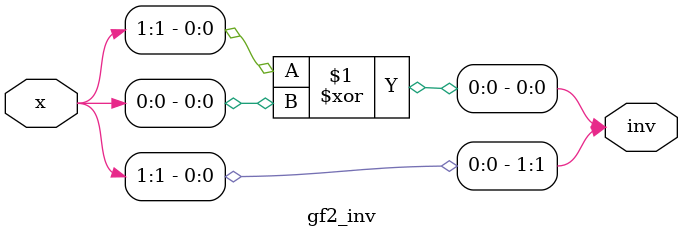
<source format=sv>
/*=====================================================================================
    GF(2^2) Inverter Module
    
    Description:
    - Performs inversion operation in GF(2^2)
    - Used in composite field arithmetic for AES
    
    Inputs:
    - x: 2-bit input (x1, x0)
    
    Outputs:
    - inv: 2-bit output (x^-1 in GF(2^2))
    
    Key Features:
    - Implements inversion using combinatorial logic
    - Efficient and straightforward design
=====================================================================================*/

module gf2_inv (
    input  logic [1:0] x,  // Input element in GF(2^2): x = {x1, x0}
    output logic [1:0] inv ); // Output: x^-1 in GF(2^2) 
    // Compute the inverse in GF(2^2)
    assign inv[1] = x[1];               // MSB of x^-1 is x1
    assign inv[0] = x[1] ^ x[0];        // LSB of x^-1 is x1 XOR x0
endmodule
</source>
